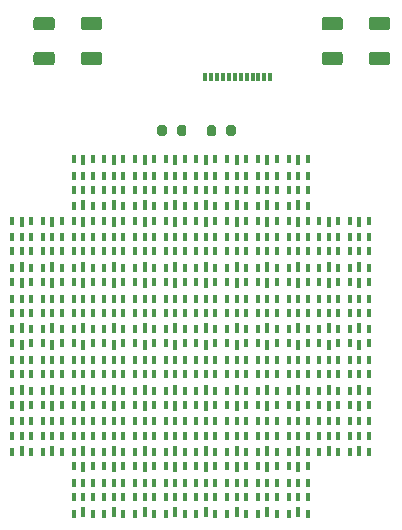
<source format=gbr>
G04 #@! TF.GenerationSoftware,KiCad,Pcbnew,(5.1.9-0-10_14)*
G04 #@! TF.CreationDate,2022-05-10T10:51:03-07:00*
G04 #@! TF.ProjectId,LED_array,4c45445f-6172-4726-9179-2e6b69636164,rev?*
G04 #@! TF.SameCoordinates,Original*
G04 #@! TF.FileFunction,Paste,Top*
G04 #@! TF.FilePolarity,Positive*
%FSLAX46Y46*%
G04 Gerber Fmt 4.6, Leading zero omitted, Abs format (unit mm)*
G04 Created by KiCad (PCBNEW (5.1.9-0-10_14)) date 2022-05-10 10:51:03*
%MOMM*%
%LPD*%
G01*
G04 APERTURE LIST*
%ADD10R,0.450000X0.650000*%
%ADD11R,0.450000X0.850000*%
%ADD12R,0.350000X0.700000*%
G04 APERTURE END LIST*
D10*
X69900000Y-65000000D03*
X68300000Y-65000000D03*
D11*
X69100000Y-64900000D03*
D10*
X69900000Y-63600000D03*
X68300000Y-63600000D03*
X69100000Y-63600000D03*
X50100000Y-35000000D03*
X51700000Y-35000000D03*
D11*
X50900000Y-35100000D03*
D10*
X50100000Y-36400000D03*
X51700000Y-36400000D03*
X50900000Y-36400000D03*
X52700000Y-35000000D03*
X54300000Y-35000000D03*
D11*
X53500000Y-35100000D03*
D10*
X52700000Y-36400000D03*
X54300000Y-36400000D03*
X53500000Y-36400000D03*
X55300000Y-35000000D03*
X56900000Y-35000000D03*
D11*
X56100000Y-35100000D03*
D10*
X55300000Y-36400000D03*
X56900000Y-36400000D03*
X56100000Y-36400000D03*
X57900000Y-35000000D03*
X59500000Y-35000000D03*
D11*
X58700000Y-35100000D03*
D10*
X57900000Y-36400000D03*
X59500000Y-36400000D03*
X58700000Y-36400000D03*
X60500000Y-35000000D03*
X62100000Y-35000000D03*
D11*
X61300000Y-35100000D03*
D10*
X60500000Y-36400000D03*
X62100000Y-36400000D03*
X61300000Y-36400000D03*
X63100000Y-35000000D03*
X64700000Y-35000000D03*
D11*
X63900000Y-35100000D03*
D10*
X63100000Y-36400000D03*
X64700000Y-36400000D03*
X63900000Y-36400000D03*
X65700000Y-35000000D03*
X67300000Y-35000000D03*
D11*
X66500000Y-35100000D03*
D10*
X65700000Y-36400000D03*
X67300000Y-36400000D03*
X66500000Y-36400000D03*
X68300000Y-35000000D03*
X69900000Y-35000000D03*
D11*
X69100000Y-35100000D03*
D10*
X68300000Y-36400000D03*
X69900000Y-36400000D03*
X69100000Y-36400000D03*
X69900000Y-39000000D03*
X68300000Y-39000000D03*
D11*
X69100000Y-38900000D03*
D10*
X69900000Y-37600000D03*
X68300000Y-37600000D03*
X69100000Y-37600000D03*
X67300000Y-39000000D03*
X65700000Y-39000000D03*
D11*
X66500000Y-38900000D03*
D10*
X67300000Y-37600000D03*
X65700000Y-37600000D03*
X66500000Y-37600000D03*
X64700000Y-39000000D03*
X63100000Y-39000000D03*
D11*
X63900000Y-38900000D03*
D10*
X64700000Y-37600000D03*
X63100000Y-37600000D03*
X63900000Y-37600000D03*
X62100000Y-39000000D03*
X60500000Y-39000000D03*
D11*
X61300000Y-38900000D03*
D10*
X62100000Y-37600000D03*
X60500000Y-37600000D03*
X61300000Y-37600000D03*
X59500000Y-39000000D03*
X57900000Y-39000000D03*
D11*
X58700000Y-38900000D03*
D10*
X59500000Y-37600000D03*
X57900000Y-37600000D03*
X58700000Y-37600000D03*
X56900000Y-39000000D03*
X55300000Y-39000000D03*
D11*
X56100000Y-38900000D03*
D10*
X56900000Y-37600000D03*
X55300000Y-37600000D03*
X56100000Y-37600000D03*
X54300000Y-39000000D03*
X52700000Y-39000000D03*
D11*
X53500000Y-38900000D03*
D10*
X54300000Y-37600000D03*
X52700000Y-37600000D03*
X53500000Y-37600000D03*
X51700000Y-39000000D03*
X50100000Y-39000000D03*
D11*
X50900000Y-38900000D03*
D10*
X51700000Y-37600000D03*
X50100000Y-37600000D03*
X50900000Y-37600000D03*
X44900000Y-40200000D03*
X46500000Y-40200000D03*
D11*
X45700000Y-40300000D03*
D10*
X44900000Y-41600000D03*
X46500000Y-41600000D03*
X45700000Y-41600000D03*
X47500000Y-40200000D03*
X49100000Y-40200000D03*
D11*
X48300000Y-40300000D03*
D10*
X47500000Y-41600000D03*
X49100000Y-41600000D03*
X48300000Y-41600000D03*
X50100000Y-40200000D03*
X51700000Y-40200000D03*
D11*
X50900000Y-40300000D03*
D10*
X50100000Y-41600000D03*
X51700000Y-41600000D03*
X50900000Y-41600000D03*
X52700000Y-40200000D03*
X54300000Y-40200000D03*
D11*
X53500000Y-40300000D03*
D10*
X52700000Y-41600000D03*
X54300000Y-41600000D03*
X53500000Y-41600000D03*
X55300000Y-40200000D03*
X56900000Y-40200000D03*
D11*
X56100000Y-40300000D03*
D10*
X55300000Y-41600000D03*
X56900000Y-41600000D03*
X56100000Y-41600000D03*
X57900000Y-40200000D03*
X59500000Y-40200000D03*
D11*
X58700000Y-40300000D03*
D10*
X57900000Y-41600000D03*
X59500000Y-41600000D03*
X58700000Y-41600000D03*
X60500000Y-40200000D03*
X62100000Y-40200000D03*
D11*
X61300000Y-40300000D03*
D10*
X60500000Y-41600000D03*
X62100000Y-41600000D03*
X61300000Y-41600000D03*
X63100000Y-40200000D03*
X64700000Y-40200000D03*
D11*
X63900000Y-40300000D03*
D10*
X63100000Y-41600000D03*
X64700000Y-41600000D03*
X63900000Y-41600000D03*
X65700000Y-40200000D03*
X67300000Y-40200000D03*
D11*
X66500000Y-40300000D03*
D10*
X65700000Y-41600000D03*
X67300000Y-41600000D03*
X66500000Y-41600000D03*
X68300000Y-40200000D03*
X69900000Y-40200000D03*
D11*
X69100000Y-40300000D03*
D10*
X68300000Y-41600000D03*
X69900000Y-41600000D03*
X69100000Y-41600000D03*
X70900000Y-40200000D03*
X72500000Y-40200000D03*
D11*
X71700000Y-40300000D03*
D10*
X70900000Y-41600000D03*
X72500000Y-41600000D03*
X71700000Y-41600000D03*
X73500000Y-40200000D03*
X75100000Y-40200000D03*
D11*
X74300000Y-40300000D03*
D10*
X73500000Y-41600000D03*
X75100000Y-41600000D03*
X74300000Y-41600000D03*
X75100000Y-44200000D03*
X73500000Y-44200000D03*
D11*
X74300000Y-44100000D03*
D10*
X75100000Y-42800000D03*
X73500000Y-42800000D03*
X74300000Y-42800000D03*
X72500000Y-44200000D03*
X70900000Y-44200000D03*
D11*
X71700000Y-44100000D03*
D10*
X72500000Y-42800000D03*
X70900000Y-42800000D03*
X71700000Y-42800000D03*
X69900000Y-44200000D03*
X68300000Y-44200000D03*
D11*
X69100000Y-44100000D03*
D10*
X69900000Y-42800000D03*
X68300000Y-42800000D03*
X69100000Y-42800000D03*
X67300000Y-44200000D03*
X65700000Y-44200000D03*
D11*
X66500000Y-44100000D03*
D10*
X67300000Y-42800000D03*
X65700000Y-42800000D03*
X66500000Y-42800000D03*
X64700000Y-44200000D03*
X63100000Y-44200000D03*
D11*
X63900000Y-44100000D03*
D10*
X64700000Y-42800000D03*
X63100000Y-42800000D03*
X63900000Y-42800000D03*
X62100000Y-44200000D03*
X60500000Y-44200000D03*
D11*
X61300000Y-44100000D03*
D10*
X62100000Y-42800000D03*
X60500000Y-42800000D03*
X61300000Y-42800000D03*
X59500000Y-44200000D03*
X57900000Y-44200000D03*
D11*
X58700000Y-44100000D03*
D10*
X59500000Y-42800000D03*
X57900000Y-42800000D03*
X58700000Y-42800000D03*
X56900000Y-44200000D03*
X55300000Y-44200000D03*
D11*
X56100000Y-44100000D03*
D10*
X56900000Y-42800000D03*
X55300000Y-42800000D03*
X56100000Y-42800000D03*
X54300000Y-44200000D03*
X52700000Y-44200000D03*
D11*
X53500000Y-44100000D03*
D10*
X54300000Y-42800000D03*
X52700000Y-42800000D03*
X53500000Y-42800000D03*
X51700000Y-44200000D03*
X50100000Y-44200000D03*
D11*
X50900000Y-44100000D03*
D10*
X51700000Y-42800000D03*
X50100000Y-42800000D03*
X50900000Y-42800000D03*
X49100000Y-44200000D03*
X47500000Y-44200000D03*
D11*
X48300000Y-44100000D03*
D10*
X49100000Y-42800000D03*
X47500000Y-42800000D03*
X48300000Y-42800000D03*
X46500000Y-44200000D03*
X44900000Y-44200000D03*
D11*
X45700000Y-44100000D03*
D10*
X46500000Y-42800000D03*
X44900000Y-42800000D03*
X45700000Y-42800000D03*
X44900000Y-45400000D03*
X46500000Y-45400000D03*
D11*
X45700000Y-45500000D03*
D10*
X44900000Y-46800000D03*
X46500000Y-46800000D03*
X45700000Y-46800000D03*
X47500000Y-45400000D03*
X49100000Y-45400000D03*
D11*
X48300000Y-45500000D03*
D10*
X47500000Y-46800000D03*
X49100000Y-46800000D03*
X48300000Y-46800000D03*
X50100000Y-45400000D03*
X51700000Y-45400000D03*
D11*
X50900000Y-45500000D03*
D10*
X50100000Y-46800000D03*
X51700000Y-46800000D03*
X50900000Y-46800000D03*
X52700000Y-45400000D03*
X54300000Y-45400000D03*
D11*
X53500000Y-45500000D03*
D10*
X52700000Y-46800000D03*
X54300000Y-46800000D03*
X53500000Y-46800000D03*
X55300000Y-45400000D03*
X56900000Y-45400000D03*
D11*
X56100000Y-45500000D03*
D10*
X55300000Y-46800000D03*
X56900000Y-46800000D03*
X56100000Y-46800000D03*
X57900000Y-45400000D03*
X59500000Y-45400000D03*
D11*
X58700000Y-45500000D03*
D10*
X57900000Y-46800000D03*
X59500000Y-46800000D03*
X58700000Y-46800000D03*
X60500000Y-45400000D03*
X62100000Y-45400000D03*
D11*
X61300000Y-45500000D03*
D10*
X60500000Y-46800000D03*
X62100000Y-46800000D03*
X61300000Y-46800000D03*
X63100000Y-45400000D03*
X64700000Y-45400000D03*
D11*
X63900000Y-45500000D03*
D10*
X63100000Y-46800000D03*
X64700000Y-46800000D03*
X63900000Y-46800000D03*
X65700000Y-45400000D03*
X67300000Y-45400000D03*
D11*
X66500000Y-45500000D03*
D10*
X65700000Y-46800000D03*
X67300000Y-46800000D03*
X66500000Y-46800000D03*
X68300000Y-45400000D03*
X69900000Y-45400000D03*
D11*
X69100000Y-45500000D03*
D10*
X68300000Y-46800000D03*
X69900000Y-46800000D03*
X69100000Y-46800000D03*
X70900000Y-45400000D03*
X72500000Y-45400000D03*
D11*
X71700000Y-45500000D03*
D10*
X70900000Y-46800000D03*
X72500000Y-46800000D03*
X71700000Y-46800000D03*
X73500000Y-45400000D03*
X75100000Y-45400000D03*
D11*
X74300000Y-45500000D03*
D10*
X73500000Y-46800000D03*
X75100000Y-46800000D03*
X74300000Y-46800000D03*
X75100000Y-49400000D03*
X73500000Y-49400000D03*
D11*
X74300000Y-49300000D03*
D10*
X75100000Y-48000000D03*
X73500000Y-48000000D03*
X74300000Y-48000000D03*
X72500000Y-49400000D03*
X70900000Y-49400000D03*
D11*
X71700000Y-49300000D03*
D10*
X72500000Y-48000000D03*
X70900000Y-48000000D03*
X71700000Y-48000000D03*
X69900000Y-49400000D03*
X68300000Y-49400000D03*
D11*
X69100000Y-49300000D03*
D10*
X69900000Y-48000000D03*
X68300000Y-48000000D03*
X69100000Y-48000000D03*
X67300000Y-49400000D03*
X65700000Y-49400000D03*
D11*
X66500000Y-49300000D03*
D10*
X67300000Y-48000000D03*
X65700000Y-48000000D03*
X66500000Y-48000000D03*
X64700000Y-49400000D03*
X63100000Y-49400000D03*
D11*
X63900000Y-49300000D03*
D10*
X64700000Y-48000000D03*
X63100000Y-48000000D03*
X63900000Y-48000000D03*
X62100000Y-49400000D03*
X60500000Y-49400000D03*
D11*
X61300000Y-49300000D03*
D10*
X62100000Y-48000000D03*
X60500000Y-48000000D03*
X61300000Y-48000000D03*
X59500000Y-49400000D03*
X57900000Y-49400000D03*
D11*
X58700000Y-49300000D03*
D10*
X59500000Y-48000000D03*
X57900000Y-48000000D03*
X58700000Y-48000000D03*
X56900000Y-49400000D03*
X55300000Y-49400000D03*
D11*
X56100000Y-49300000D03*
D10*
X56900000Y-48000000D03*
X55300000Y-48000000D03*
X56100000Y-48000000D03*
X54300000Y-49400000D03*
X52700000Y-49400000D03*
D11*
X53500000Y-49300000D03*
D10*
X54300000Y-48000000D03*
X52700000Y-48000000D03*
X53500000Y-48000000D03*
X51700000Y-49400000D03*
X50100000Y-49400000D03*
D11*
X50900000Y-49300000D03*
D10*
X51700000Y-48000000D03*
X50100000Y-48000000D03*
X50900000Y-48000000D03*
X49100000Y-49400000D03*
X47500000Y-49400000D03*
D11*
X48300000Y-49300000D03*
D10*
X49100000Y-48000000D03*
X47500000Y-48000000D03*
X48300000Y-48000000D03*
X46500000Y-49400000D03*
X44900000Y-49400000D03*
D11*
X45700000Y-49300000D03*
D10*
X46500000Y-48000000D03*
X44900000Y-48000000D03*
X45700000Y-48000000D03*
X44900000Y-50600000D03*
X46500000Y-50600000D03*
D11*
X45700000Y-50700000D03*
D10*
X44900000Y-52000000D03*
X46500000Y-52000000D03*
X45700000Y-52000000D03*
X47500000Y-50600000D03*
X49100000Y-50600000D03*
D11*
X48300000Y-50700000D03*
D10*
X47500000Y-52000000D03*
X49100000Y-52000000D03*
X48300000Y-52000000D03*
X50100000Y-50600000D03*
X51700000Y-50600000D03*
D11*
X50900000Y-50700000D03*
D10*
X50100000Y-52000000D03*
X51700000Y-52000000D03*
X50900000Y-52000000D03*
X52700000Y-50600000D03*
X54300000Y-50600000D03*
D11*
X53500000Y-50700000D03*
D10*
X52700000Y-52000000D03*
X54300000Y-52000000D03*
X53500000Y-52000000D03*
X55300000Y-50600000D03*
X56900000Y-50600000D03*
D11*
X56100000Y-50700000D03*
D10*
X55300000Y-52000000D03*
X56900000Y-52000000D03*
X56100000Y-52000000D03*
X57900000Y-50600000D03*
X59500000Y-50600000D03*
D11*
X58700000Y-50700000D03*
D10*
X57900000Y-52000000D03*
X59500000Y-52000000D03*
X58700000Y-52000000D03*
X60500000Y-50600000D03*
X62100000Y-50600000D03*
D11*
X61300000Y-50700000D03*
D10*
X60500000Y-52000000D03*
X62100000Y-52000000D03*
X61300000Y-52000000D03*
X63100000Y-50600000D03*
X64700000Y-50600000D03*
D11*
X63900000Y-50700000D03*
D10*
X63100000Y-52000000D03*
X64700000Y-52000000D03*
X63900000Y-52000000D03*
X65700000Y-50600000D03*
X67300000Y-50600000D03*
D11*
X66500000Y-50700000D03*
D10*
X65700000Y-52000000D03*
X67300000Y-52000000D03*
X66500000Y-52000000D03*
X68300000Y-50600000D03*
X69900000Y-50600000D03*
D11*
X69100000Y-50700000D03*
D10*
X68300000Y-52000000D03*
X69900000Y-52000000D03*
X69100000Y-52000000D03*
X70900000Y-50600000D03*
X72500000Y-50600000D03*
D11*
X71700000Y-50700000D03*
D10*
X70900000Y-52000000D03*
X72500000Y-52000000D03*
X71700000Y-52000000D03*
X73500000Y-50600000D03*
X75100000Y-50600000D03*
D11*
X74300000Y-50700000D03*
D10*
X73500000Y-52000000D03*
X75100000Y-52000000D03*
X74300000Y-52000000D03*
X75100000Y-54600000D03*
X73500000Y-54600000D03*
D11*
X74300000Y-54500000D03*
D10*
X75100000Y-53200000D03*
X73500000Y-53200000D03*
X74300000Y-53200000D03*
X72500000Y-54600000D03*
X70900000Y-54600000D03*
D11*
X71700000Y-54500000D03*
D10*
X72500000Y-53200000D03*
X70900000Y-53200000D03*
X71700000Y-53200000D03*
X69900000Y-54600000D03*
X68300000Y-54600000D03*
D11*
X69100000Y-54500000D03*
D10*
X69900000Y-53200000D03*
X68300000Y-53200000D03*
X69100000Y-53200000D03*
X67300000Y-54600000D03*
X65700000Y-54600000D03*
D11*
X66500000Y-54500000D03*
D10*
X67300000Y-53200000D03*
X65700000Y-53200000D03*
X66500000Y-53200000D03*
X64700000Y-54600000D03*
X63100000Y-54600000D03*
D11*
X63900000Y-54500000D03*
D10*
X64700000Y-53200000D03*
X63100000Y-53200000D03*
X63900000Y-53200000D03*
X62100000Y-54600000D03*
X60500000Y-54600000D03*
D11*
X61300000Y-54500000D03*
D10*
X62100000Y-53200000D03*
X60500000Y-53200000D03*
X61300000Y-53200000D03*
X59500000Y-54600000D03*
X57900000Y-54600000D03*
D11*
X58700000Y-54500000D03*
D10*
X59500000Y-53200000D03*
X57900000Y-53200000D03*
X58700000Y-53200000D03*
X56900000Y-54600000D03*
X55300000Y-54600000D03*
D11*
X56100000Y-54500000D03*
D10*
X56900000Y-53200000D03*
X55300000Y-53200000D03*
X56100000Y-53200000D03*
X54300000Y-54600000D03*
X52700000Y-54600000D03*
D11*
X53500000Y-54500000D03*
D10*
X54300000Y-53200000D03*
X52700000Y-53200000D03*
X53500000Y-53200000D03*
X51700000Y-54600000D03*
X50100000Y-54600000D03*
D11*
X50900000Y-54500000D03*
D10*
X51700000Y-53200000D03*
X50100000Y-53200000D03*
X50900000Y-53200000D03*
X49100000Y-54600000D03*
X47500000Y-54600000D03*
D11*
X48300000Y-54500000D03*
D10*
X49100000Y-53200000D03*
X47500000Y-53200000D03*
X48300000Y-53200000D03*
X46500000Y-54600000D03*
X44900000Y-54600000D03*
D11*
X45700000Y-54500000D03*
D10*
X46500000Y-53200000D03*
X44900000Y-53200000D03*
X45700000Y-53200000D03*
X44900000Y-55800000D03*
X46500000Y-55800000D03*
D11*
X45700000Y-55900000D03*
D10*
X44900000Y-57200000D03*
X46500000Y-57200000D03*
X45700000Y-57200000D03*
X47500000Y-55800000D03*
X49100000Y-55800000D03*
D11*
X48300000Y-55900000D03*
D10*
X47500000Y-57200000D03*
X49100000Y-57200000D03*
X48300000Y-57200000D03*
X50100000Y-55800000D03*
X51700000Y-55800000D03*
D11*
X50900000Y-55900000D03*
D10*
X50100000Y-57200000D03*
X51700000Y-57200000D03*
X50900000Y-57200000D03*
X52700000Y-55800000D03*
X54300000Y-55800000D03*
D11*
X53500000Y-55900000D03*
D10*
X52700000Y-57200000D03*
X54300000Y-57200000D03*
X53500000Y-57200000D03*
X55300000Y-55800000D03*
X56900000Y-55800000D03*
D11*
X56100000Y-55900000D03*
D10*
X55300000Y-57200000D03*
X56900000Y-57200000D03*
X56100000Y-57200000D03*
X57900000Y-55800000D03*
X59500000Y-55800000D03*
D11*
X58700000Y-55900000D03*
D10*
X57900000Y-57200000D03*
X59500000Y-57200000D03*
X58700000Y-57200000D03*
X60500000Y-55800000D03*
X62100000Y-55800000D03*
D11*
X61300000Y-55900000D03*
D10*
X60500000Y-57200000D03*
X62100000Y-57200000D03*
X61300000Y-57200000D03*
X63100000Y-55800000D03*
X64700000Y-55800000D03*
D11*
X63900000Y-55900000D03*
D10*
X63100000Y-57200000D03*
X64700000Y-57200000D03*
X63900000Y-57200000D03*
X65700000Y-55800000D03*
X67300000Y-55800000D03*
D11*
X66500000Y-55900000D03*
D10*
X65700000Y-57200000D03*
X67300000Y-57200000D03*
X66500000Y-57200000D03*
X68300000Y-55800000D03*
X69900000Y-55800000D03*
D11*
X69100000Y-55900000D03*
D10*
X68300000Y-57200000D03*
X69900000Y-57200000D03*
X69100000Y-57200000D03*
X70900000Y-55800000D03*
X72500000Y-55800000D03*
D11*
X71700000Y-55900000D03*
D10*
X70900000Y-57200000D03*
X72500000Y-57200000D03*
X71700000Y-57200000D03*
X73500000Y-55800000D03*
X75100000Y-55800000D03*
D11*
X74300000Y-55900000D03*
D10*
X73500000Y-57200000D03*
X75100000Y-57200000D03*
X74300000Y-57200000D03*
X75100000Y-59800000D03*
X73500000Y-59800000D03*
D11*
X74300000Y-59700000D03*
D10*
X75100000Y-58400000D03*
X73500000Y-58400000D03*
X74300000Y-58400000D03*
X72500000Y-59800000D03*
X70900000Y-59800000D03*
D11*
X71700000Y-59700000D03*
D10*
X72500000Y-58400000D03*
X70900000Y-58400000D03*
X71700000Y-58400000D03*
X69900000Y-59800000D03*
X68300000Y-59800000D03*
D11*
X69100000Y-59700000D03*
D10*
X69900000Y-58400000D03*
X68300000Y-58400000D03*
X69100000Y-58400000D03*
X67300000Y-59800000D03*
X65700000Y-59800000D03*
D11*
X66500000Y-59700000D03*
D10*
X67300000Y-58400000D03*
X65700000Y-58400000D03*
X66500000Y-58400000D03*
X64700000Y-59800000D03*
X63100000Y-59800000D03*
D11*
X63900000Y-59700000D03*
D10*
X64700000Y-58400000D03*
X63100000Y-58400000D03*
X63900000Y-58400000D03*
X62100000Y-59800000D03*
X60500000Y-59800000D03*
D11*
X61300000Y-59700000D03*
D10*
X62100000Y-58400000D03*
X60500000Y-58400000D03*
X61300000Y-58400000D03*
X59500000Y-59800000D03*
X57900000Y-59800000D03*
D11*
X58700000Y-59700000D03*
D10*
X59500000Y-58400000D03*
X57900000Y-58400000D03*
X58700000Y-58400000D03*
X56900000Y-59800000D03*
X55300000Y-59800000D03*
D11*
X56100000Y-59700000D03*
D10*
X56900000Y-58400000D03*
X55300000Y-58400000D03*
X56100000Y-58400000D03*
X54300000Y-59800000D03*
X52700000Y-59800000D03*
D11*
X53500000Y-59700000D03*
D10*
X54300000Y-58400000D03*
X52700000Y-58400000D03*
X53500000Y-58400000D03*
X51700000Y-59800000D03*
X50100000Y-59800000D03*
D11*
X50900000Y-59700000D03*
D10*
X51700000Y-58400000D03*
X50100000Y-58400000D03*
X50900000Y-58400000D03*
X49100000Y-59800000D03*
X47500000Y-59800000D03*
D11*
X48300000Y-59700000D03*
D10*
X49100000Y-58400000D03*
X47500000Y-58400000D03*
X48300000Y-58400000D03*
X46500000Y-59800000D03*
X44900000Y-59800000D03*
D11*
X45700000Y-59700000D03*
D10*
X46500000Y-58400000D03*
X44900000Y-58400000D03*
X45700000Y-58400000D03*
X50100000Y-61000000D03*
X51700000Y-61000000D03*
D11*
X50900000Y-61100000D03*
D10*
X50100000Y-62400000D03*
X51700000Y-62400000D03*
X50900000Y-62400000D03*
X52700000Y-61000000D03*
X54300000Y-61000000D03*
D11*
X53500000Y-61100000D03*
D10*
X52700000Y-62400000D03*
X54300000Y-62400000D03*
X53500000Y-62400000D03*
X55300000Y-61000000D03*
X56900000Y-61000000D03*
D11*
X56100000Y-61100000D03*
D10*
X55300000Y-62400000D03*
X56900000Y-62400000D03*
X56100000Y-62400000D03*
X57900000Y-61000000D03*
X59500000Y-61000000D03*
D11*
X58700000Y-61100000D03*
D10*
X57900000Y-62400000D03*
X59500000Y-62400000D03*
X58700000Y-62400000D03*
X60500000Y-61000000D03*
X62100000Y-61000000D03*
D11*
X61300000Y-61100000D03*
D10*
X60500000Y-62400000D03*
X62100000Y-62400000D03*
X61300000Y-62400000D03*
X63100000Y-61000000D03*
X64700000Y-61000000D03*
D11*
X63900000Y-61100000D03*
D10*
X63100000Y-62400000D03*
X64700000Y-62400000D03*
X63900000Y-62400000D03*
X65700000Y-61000000D03*
X67300000Y-61000000D03*
D11*
X66500000Y-61100000D03*
D10*
X65700000Y-62400000D03*
X67300000Y-62400000D03*
X66500000Y-62400000D03*
X68300000Y-61000000D03*
X69900000Y-61000000D03*
D11*
X69100000Y-61100000D03*
D10*
X68300000Y-62400000D03*
X69900000Y-62400000D03*
X69100000Y-62400000D03*
X67300000Y-65000000D03*
X65700000Y-65000000D03*
D11*
X66500000Y-64900000D03*
D10*
X67300000Y-63600000D03*
X65700000Y-63600000D03*
X66500000Y-63600000D03*
X64700000Y-65000000D03*
X63100000Y-65000000D03*
D11*
X63900000Y-64900000D03*
D10*
X64700000Y-63600000D03*
X63100000Y-63600000D03*
X63900000Y-63600000D03*
X62100000Y-65000000D03*
X60500000Y-65000000D03*
D11*
X61300000Y-64900000D03*
D10*
X62100000Y-63600000D03*
X60500000Y-63600000D03*
X61300000Y-63600000D03*
X59500000Y-65000000D03*
X57900000Y-65000000D03*
D11*
X58700000Y-64900000D03*
D10*
X59500000Y-63600000D03*
X57900000Y-63600000D03*
X58700000Y-63600000D03*
X56900000Y-65000000D03*
X55300000Y-65000000D03*
D11*
X56100000Y-64900000D03*
D10*
X56900000Y-63600000D03*
X55300000Y-63600000D03*
X56100000Y-63600000D03*
X54300000Y-65000000D03*
X52700000Y-65000000D03*
D11*
X53500000Y-64900000D03*
D10*
X54300000Y-63600000D03*
X52700000Y-63600000D03*
X53500000Y-63600000D03*
X51700000Y-65000000D03*
X50100000Y-65000000D03*
D11*
X50900000Y-64900000D03*
D10*
X51700000Y-63600000D03*
X50100000Y-63600000D03*
X50900000Y-63600000D03*
D12*
X66750000Y-28070000D03*
X66250000Y-28070000D03*
X65750000Y-28070000D03*
X65250000Y-28070000D03*
X64750000Y-28070000D03*
X64250000Y-28070000D03*
X63750000Y-28070000D03*
X63250000Y-28070000D03*
X62750000Y-28070000D03*
X62250000Y-28070000D03*
X61750000Y-28070000D03*
X61250000Y-28070000D03*
G36*
G01*
X52250001Y-24100000D02*
X50949999Y-24100000D01*
G75*
G02*
X50700000Y-23850001I0J249999D01*
G01*
X50700000Y-23199999D01*
G75*
G02*
X50949999Y-22950000I249999J0D01*
G01*
X52250001Y-22950000D01*
G75*
G02*
X52500000Y-23199999I0J-249999D01*
G01*
X52500000Y-23850001D01*
G75*
G02*
X52250001Y-24100000I-249999J0D01*
G01*
G37*
G36*
G01*
X52250001Y-27050000D02*
X50949999Y-27050000D01*
G75*
G02*
X50700000Y-26800001I0J249999D01*
G01*
X50700000Y-26149999D01*
G75*
G02*
X50949999Y-25900000I249999J0D01*
G01*
X52250001Y-25900000D01*
G75*
G02*
X52500000Y-26149999I0J-249999D01*
G01*
X52500000Y-26800001D01*
G75*
G02*
X52250001Y-27050000I-249999J0D01*
G01*
G37*
G36*
G01*
X76650001Y-24100000D02*
X75349999Y-24100000D01*
G75*
G02*
X75100000Y-23850001I0J249999D01*
G01*
X75100000Y-23199999D01*
G75*
G02*
X75349999Y-22950000I249999J0D01*
G01*
X76650001Y-22950000D01*
G75*
G02*
X76900000Y-23199999I0J-249999D01*
G01*
X76900000Y-23850001D01*
G75*
G02*
X76650001Y-24100000I-249999J0D01*
G01*
G37*
G36*
G01*
X76650001Y-27050000D02*
X75349999Y-27050000D01*
G75*
G02*
X75100000Y-26800001I0J249999D01*
G01*
X75100000Y-26149999D01*
G75*
G02*
X75349999Y-25900000I249999J0D01*
G01*
X76650001Y-25900000D01*
G75*
G02*
X76900000Y-26149999I0J-249999D01*
G01*
X76900000Y-26800001D01*
G75*
G02*
X76650001Y-27050000I-249999J0D01*
G01*
G37*
G36*
G01*
X48250001Y-24100000D02*
X46949999Y-24100000D01*
G75*
G02*
X46700000Y-23850001I0J249999D01*
G01*
X46700000Y-23199999D01*
G75*
G02*
X46949999Y-22950000I249999J0D01*
G01*
X48250001Y-22950000D01*
G75*
G02*
X48500000Y-23199999I0J-249999D01*
G01*
X48500000Y-23850001D01*
G75*
G02*
X48250001Y-24100000I-249999J0D01*
G01*
G37*
G36*
G01*
X48250001Y-27050000D02*
X46949999Y-27050000D01*
G75*
G02*
X46700000Y-26800001I0J249999D01*
G01*
X46700000Y-26149999D01*
G75*
G02*
X46949999Y-25900000I249999J0D01*
G01*
X48250001Y-25900000D01*
G75*
G02*
X48500000Y-26149999I0J-249999D01*
G01*
X48500000Y-26800001D01*
G75*
G02*
X48250001Y-27050000I-249999J0D01*
G01*
G37*
G36*
G01*
X72650001Y-24100000D02*
X71349999Y-24100000D01*
G75*
G02*
X71100000Y-23850001I0J249999D01*
G01*
X71100000Y-23199999D01*
G75*
G02*
X71349999Y-22950000I249999J0D01*
G01*
X72650001Y-22950000D01*
G75*
G02*
X72900000Y-23199999I0J-249999D01*
G01*
X72900000Y-23850001D01*
G75*
G02*
X72650001Y-24100000I-249999J0D01*
G01*
G37*
G36*
G01*
X72650001Y-27050000D02*
X71349999Y-27050000D01*
G75*
G02*
X71100000Y-26800001I0J249999D01*
G01*
X71100000Y-26149999D01*
G75*
G02*
X71349999Y-25900000I249999J0D01*
G01*
X72650001Y-25900000D01*
G75*
G02*
X72900000Y-26149999I0J-249999D01*
G01*
X72900000Y-26800001D01*
G75*
G02*
X72650001Y-27050000I-249999J0D01*
G01*
G37*
G36*
G01*
X63005000Y-32865000D02*
X63005000Y-32315000D01*
G75*
G02*
X63205000Y-32115000I200000J0D01*
G01*
X63605000Y-32115000D01*
G75*
G02*
X63805000Y-32315000I0J-200000D01*
G01*
X63805000Y-32865000D01*
G75*
G02*
X63605000Y-33065000I-200000J0D01*
G01*
X63205000Y-33065000D01*
G75*
G02*
X63005000Y-32865000I0J200000D01*
G01*
G37*
G36*
G01*
X61355000Y-32865000D02*
X61355000Y-32315000D01*
G75*
G02*
X61555000Y-32115000I200000J0D01*
G01*
X61955000Y-32115000D01*
G75*
G02*
X62155000Y-32315000I0J-200000D01*
G01*
X62155000Y-32865000D01*
G75*
G02*
X61955000Y-33065000I-200000J0D01*
G01*
X61555000Y-33065000D01*
G75*
G02*
X61355000Y-32865000I0J200000D01*
G01*
G37*
G36*
G01*
X58845000Y-32845000D02*
X58845000Y-32295000D01*
G75*
G02*
X59045000Y-32095000I200000J0D01*
G01*
X59445000Y-32095000D01*
G75*
G02*
X59645000Y-32295000I0J-200000D01*
G01*
X59645000Y-32845000D01*
G75*
G02*
X59445000Y-33045000I-200000J0D01*
G01*
X59045000Y-33045000D01*
G75*
G02*
X58845000Y-32845000I0J200000D01*
G01*
G37*
G36*
G01*
X57195000Y-32845000D02*
X57195000Y-32295000D01*
G75*
G02*
X57395000Y-32095000I200000J0D01*
G01*
X57795000Y-32095000D01*
G75*
G02*
X57995000Y-32295000I0J-200000D01*
G01*
X57995000Y-32845000D01*
G75*
G02*
X57795000Y-33045000I-200000J0D01*
G01*
X57395000Y-33045000D01*
G75*
G02*
X57195000Y-32845000I0J200000D01*
G01*
G37*
M02*

</source>
